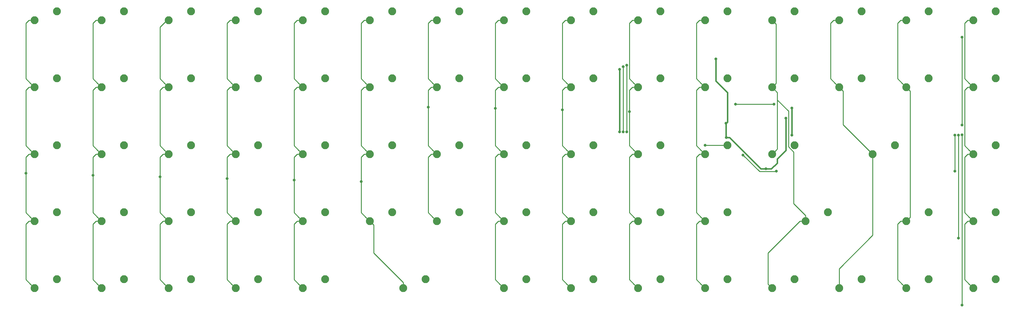
<source format=gbr>
G04 #@! TF.GenerationSoftware,KiCad,Pcbnew,(5.1.4)-1*
G04 #@! TF.CreationDate,2022-05-13T16:31:46-07:00*
G04 #@! TF.ProjectId,bakeneko60tho,62616b65-6e65-46b6-9f36-3074686f2e6b,rev?*
G04 #@! TF.SameCoordinates,Original*
G04 #@! TF.FileFunction,Copper,L1,Top*
G04 #@! TF.FilePolarity,Positive*
%FSLAX46Y46*%
G04 Gerber Fmt 4.6, Leading zero omitted, Abs format (unit mm)*
G04 Created by KiCad (PCBNEW (5.1.4)-1) date 2022-05-13 16:31:46*
%MOMM*%
%LPD*%
G04 APERTURE LIST*
%ADD10C,2.250000*%
%ADD11C,0.800000*%
%ADD12C,0.381000*%
%ADD13C,0.250000*%
G04 APERTURE END LIST*
D10*
X43815000Y-74295000D03*
X37465000Y-76835000D03*
X62865000Y-36195000D03*
X56515000Y-38735000D03*
X215265000Y-55245000D03*
X208915000Y-57785000D03*
X24765000Y-17145000D03*
X18415000Y-19685000D03*
X215265000Y-36195000D03*
X208915000Y-38735000D03*
X234315000Y-36195000D03*
X227965000Y-38735000D03*
X81915000Y-36195000D03*
X75565000Y-38735000D03*
X81915000Y-17145000D03*
X75565000Y-19685000D03*
X81915000Y-74295000D03*
X75565000Y-76835000D03*
X129540000Y-93345000D03*
X123190000Y-95885000D03*
X291465000Y-93345000D03*
X285115000Y-95885000D03*
X272415000Y-93345000D03*
X266065000Y-95885000D03*
X253365000Y-93345000D03*
X247015000Y-95885000D03*
X234315000Y-93345000D03*
X227965000Y-95885000D03*
X215265000Y-93345000D03*
X208915000Y-95885000D03*
X196215000Y-93345000D03*
X189865000Y-95885000D03*
X177165000Y-93345000D03*
X170815000Y-95885000D03*
X158115000Y-93345000D03*
X151765000Y-95885000D03*
X100965000Y-93345000D03*
X94615000Y-95885000D03*
X81915000Y-93345000D03*
X75565000Y-95885000D03*
X62865000Y-93345000D03*
X56515000Y-95885000D03*
X43815000Y-93345000D03*
X37465000Y-95885000D03*
X24765000Y-93345000D03*
X18415000Y-95885000D03*
X291465000Y-74295000D03*
X285115000Y-76835000D03*
X272415000Y-74295000D03*
X266065000Y-76835000D03*
X243840000Y-74295000D03*
X237490000Y-76835000D03*
X215265000Y-74295000D03*
X208915000Y-76835000D03*
X196215000Y-74295000D03*
X189865000Y-76835000D03*
X177165000Y-74295000D03*
X170815000Y-76835000D03*
X158115000Y-74295000D03*
X151765000Y-76835000D03*
X139065000Y-74295000D03*
X132715000Y-76835000D03*
X120015000Y-74295000D03*
X113665000Y-76835000D03*
X100965000Y-74295000D03*
X94615000Y-76835000D03*
X62865000Y-74295000D03*
X56515000Y-76835000D03*
X24765000Y-74295000D03*
X18415000Y-76835000D03*
X291465000Y-55245000D03*
X285115000Y-57785000D03*
X262890000Y-55245000D03*
X256540000Y-57785000D03*
X234315000Y-55245000D03*
X227965000Y-57785000D03*
X196215000Y-55245000D03*
X189865000Y-57785000D03*
X177165000Y-55245000D03*
X170815000Y-57785000D03*
X158115000Y-55245000D03*
X151765000Y-57785000D03*
X139065000Y-55245000D03*
X132715000Y-57785000D03*
X120015000Y-55245000D03*
X113665000Y-57785000D03*
X100965000Y-55245000D03*
X94615000Y-57785000D03*
X81915000Y-55245000D03*
X75565000Y-57785000D03*
X62865000Y-55245000D03*
X56515000Y-57785000D03*
X43815000Y-55245000D03*
X37465000Y-57785000D03*
X24765000Y-55245000D03*
X18415000Y-57785000D03*
X291465000Y-36195000D03*
X285115000Y-38735000D03*
X272415000Y-36195000D03*
X266065000Y-38735000D03*
X253365000Y-36195000D03*
X247015000Y-38735000D03*
X196215000Y-36195000D03*
X189865000Y-38735000D03*
X177165000Y-36195000D03*
X170815000Y-38735000D03*
X158115000Y-36195000D03*
X151765000Y-38735000D03*
X139065000Y-36195000D03*
X132715000Y-38735000D03*
X120015000Y-36195000D03*
X113665000Y-38735000D03*
X100965000Y-36195000D03*
X94615000Y-38735000D03*
X43815000Y-36195000D03*
X37465000Y-38735000D03*
X24765000Y-36195000D03*
X18415000Y-38735000D03*
X291465000Y-17145000D03*
X285115000Y-19685000D03*
X272415000Y-17145000D03*
X266065000Y-19685000D03*
X253365000Y-17145000D03*
X247015000Y-19685000D03*
X234315000Y-17145000D03*
X227965000Y-19685000D03*
X215265000Y-17145000D03*
X208915000Y-19685000D03*
X196215000Y-17145000D03*
X189865000Y-19685000D03*
X177165000Y-17145000D03*
X170815000Y-19685000D03*
X158115000Y-17145000D03*
X151765000Y-19685000D03*
X139065000Y-17145000D03*
X132715000Y-19685000D03*
X120015000Y-17145000D03*
X113665000Y-19685000D03*
X100965000Y-17145000D03*
X94615000Y-19685000D03*
X62865000Y-17145000D03*
X56515000Y-19685000D03*
X43815000Y-17145000D03*
X37465000Y-19685000D03*
D11*
X233541499Y-52402500D03*
X233553000Y-44704000D03*
X211963000Y-30734000D03*
X231902000Y-47522500D03*
X226187000Y-61976000D03*
X214922500Y-53047500D03*
X214884000Y-49022000D03*
X184658000Y-51435000D03*
X184658000Y-33655000D03*
X281919999Y-49530000D03*
X281907099Y-24543901D03*
X217551000Y-43561000D03*
X228473000Y-43561000D03*
X279887494Y-52342105D03*
X279875099Y-62643901D03*
X219722532Y-58026468D03*
X229202099Y-62643901D03*
X208915000Y-55245000D03*
X280907345Y-52336651D03*
X280891099Y-81693901D03*
X281919999Y-52324000D03*
X281919999Y-100731001D03*
X15944999Y-63176001D03*
X34994999Y-63818911D03*
X54044999Y-64268921D03*
X73094999Y-64718931D03*
X92144999Y-65168941D03*
X111194999Y-65618951D03*
X130244999Y-44380001D03*
X149294999Y-44768911D03*
X168344999Y-45218921D03*
X187394999Y-45668931D03*
X185669996Y-51435000D03*
X185674000Y-32893000D03*
X186669999Y-51435000D03*
X186669999Y-32512000D03*
D12*
X233541499Y-52402500D02*
X233541499Y-44715501D01*
X233541499Y-44715501D02*
X233553000Y-44704000D01*
X229390599Y-60296401D02*
X229390599Y-59180487D01*
X227711000Y-61976000D02*
X229390599Y-60296401D01*
X226187000Y-61976000D02*
X227711000Y-61976000D01*
X214884000Y-53009000D02*
X214922500Y-53047500D01*
X214884000Y-49022000D02*
X214884000Y-53009000D01*
X211963000Y-31299685D02*
X211963000Y-30734000D01*
X211963000Y-36984086D02*
X211963000Y-31299685D01*
X215283999Y-40305085D02*
X211963000Y-36984086D01*
X215283999Y-48622001D02*
X215283999Y-40305085D01*
X214884000Y-49022000D02*
X215283999Y-48622001D01*
X231902000Y-56669086D02*
X229390599Y-59180487D01*
X231902000Y-47522500D02*
X231902000Y-56669086D01*
X184658000Y-34220685D02*
X184658000Y-51435000D01*
X184658000Y-33655000D02*
X184658000Y-34220685D01*
X226187000Y-61976000D02*
X224790000Y-61976000D01*
X215861500Y-53047500D02*
X214922500Y-53047500D01*
X224790000Y-61976000D02*
X215861500Y-53047500D01*
D13*
X281919999Y-24556801D02*
X281907099Y-24543901D01*
X281919999Y-49530000D02*
X281919999Y-24556801D01*
X218116685Y-43561000D02*
X228473000Y-43561000D01*
X217551000Y-43561000D02*
X218116685Y-43561000D01*
X279887494Y-62631506D02*
X279875099Y-62643901D01*
X279887494Y-52342105D02*
X279887494Y-62631506D01*
X229144999Y-62701001D02*
X229202099Y-62643901D01*
X224397065Y-62701001D02*
X229144999Y-62701001D01*
X219722532Y-58026468D02*
X224397065Y-62701001D01*
X215265000Y-55245000D02*
X208915000Y-55245000D01*
X280907345Y-81677655D02*
X280891099Y-81693901D01*
X280907345Y-52336651D02*
X280907345Y-81677655D01*
X281919999Y-100731001D02*
X281907099Y-100743901D01*
X281919999Y-52324000D02*
X281919999Y-100731001D01*
X17290001Y-37610001D02*
X18415000Y-38735000D01*
X15944999Y-36264999D02*
X17290001Y-37610001D01*
X15944999Y-20564011D02*
X15944999Y-36264999D01*
X16824010Y-19685000D02*
X15944999Y-20564011D01*
X18415000Y-19685000D02*
X16824010Y-19685000D01*
X17290001Y-56660001D02*
X18415000Y-57785000D01*
X15944999Y-55314999D02*
X17290001Y-56660001D01*
X15944999Y-39614011D02*
X15944999Y-55314999D01*
X16824010Y-38735000D02*
X15944999Y-39614011D01*
X18415000Y-38735000D02*
X16824010Y-38735000D01*
X17290001Y-75710001D02*
X18415000Y-76835000D01*
X15944999Y-74364999D02*
X17290001Y-75710001D01*
X16824010Y-57785000D02*
X15944999Y-58664011D01*
X18415000Y-57785000D02*
X16824010Y-57785000D01*
X17290001Y-94760001D02*
X18415000Y-95885000D01*
X15944999Y-93414999D02*
X17290001Y-94760001D01*
X15944999Y-77714011D02*
X15944999Y-93414999D01*
X16824010Y-76835000D02*
X15944999Y-77714011D01*
X18415000Y-76835000D02*
X16824010Y-76835000D01*
X15944999Y-67506999D02*
X15944999Y-67633999D01*
X15944999Y-67633999D02*
X15944999Y-74364999D01*
X36340001Y-37610001D02*
X37465000Y-38735000D01*
X34994999Y-36264999D02*
X36340001Y-37610001D01*
X34994999Y-20564011D02*
X34994999Y-36264999D01*
X35874010Y-19685000D02*
X34994999Y-20564011D01*
X37465000Y-19685000D02*
X35874010Y-19685000D01*
X36340001Y-56660001D02*
X37465000Y-57785000D01*
X34994999Y-55314999D02*
X36340001Y-56660001D01*
X34994999Y-39614011D02*
X34994999Y-55314999D01*
X35874010Y-38735000D02*
X34994999Y-39614011D01*
X37465000Y-38735000D02*
X35874010Y-38735000D01*
X36340001Y-75710001D02*
X37465000Y-76835000D01*
X34994999Y-74364999D02*
X36340001Y-75710001D01*
X35874010Y-57785000D02*
X34994999Y-58664011D01*
X37465000Y-57785000D02*
X35874010Y-57785000D01*
X36340001Y-94760001D02*
X37465000Y-95885000D01*
X34994999Y-93414999D02*
X36340001Y-94760001D01*
X34994999Y-77714011D02*
X34994999Y-93414999D01*
X35874010Y-76835000D02*
X34994999Y-77714011D01*
X37465000Y-76835000D02*
X35874010Y-76835000D01*
X34994999Y-58664011D02*
X34994999Y-66871999D01*
X34994999Y-66871999D02*
X34994999Y-66998999D01*
X34994999Y-66998999D02*
X34994999Y-74364999D01*
X55390001Y-37610001D02*
X56515000Y-38735000D01*
X54044999Y-36264999D02*
X55390001Y-37610001D01*
X54044999Y-21648999D02*
X54044999Y-36264999D01*
X56008998Y-19685000D02*
X54044999Y-21648999D01*
X56515000Y-19685000D02*
X56008998Y-19685000D01*
X55390001Y-56660001D02*
X56515000Y-57785000D01*
X54044999Y-55314999D02*
X55390001Y-56660001D01*
X54044999Y-39614011D02*
X54044999Y-55314999D01*
X54924010Y-38735000D02*
X54044999Y-39614011D01*
X56515000Y-38735000D02*
X54924010Y-38735000D01*
X55390001Y-75710001D02*
X56515000Y-76835000D01*
X54044999Y-74364999D02*
X55390001Y-75710001D01*
X54924010Y-57785000D02*
X54044999Y-58664011D01*
X56515000Y-57785000D02*
X54924010Y-57785000D01*
X55390001Y-94760001D02*
X56515000Y-95885000D01*
X54044999Y-93414999D02*
X55390001Y-94760001D01*
X54044999Y-77714011D02*
X54044999Y-93414999D01*
X54924010Y-76835000D02*
X54044999Y-77714011D01*
X56515000Y-76835000D02*
X54924010Y-76835000D01*
X54044999Y-58664011D02*
X54044999Y-66351001D01*
X54044999Y-66490999D02*
X54044999Y-74364999D01*
X54044999Y-66351001D02*
X54044999Y-66490999D01*
X54044999Y-66351001D02*
X54044999Y-66417001D01*
X74440001Y-37610001D02*
X75565000Y-38735000D01*
X73094999Y-36264999D02*
X74440001Y-37610001D01*
X73094999Y-20564011D02*
X73094999Y-36264999D01*
X73974010Y-19685000D02*
X73094999Y-20564011D01*
X75565000Y-19685000D02*
X73974010Y-19685000D01*
X74440001Y-56660001D02*
X75565000Y-57785000D01*
X73094999Y-55314999D02*
X74440001Y-56660001D01*
X73094999Y-39614011D02*
X73094999Y-55314999D01*
X73974010Y-38735000D02*
X73094999Y-39614011D01*
X75565000Y-38735000D02*
X73974010Y-38735000D01*
X74440001Y-75710001D02*
X75565000Y-76835000D01*
X73094999Y-74364999D02*
X74440001Y-75710001D01*
X73974010Y-57785000D02*
X73094999Y-58664011D01*
X75565000Y-57785000D02*
X73974010Y-57785000D01*
X74440001Y-94760001D02*
X75565000Y-95885000D01*
X73094999Y-93414999D02*
X74440001Y-94760001D01*
X73094999Y-77714011D02*
X73094999Y-93414999D01*
X73974010Y-76835000D02*
X73094999Y-77714011D01*
X75565000Y-76835000D02*
X73974010Y-76835000D01*
X73094999Y-65728999D02*
X73094999Y-74364999D01*
X73094999Y-58664011D02*
X73094999Y-65728999D01*
X93490001Y-37610001D02*
X94615000Y-38735000D01*
X92144999Y-36264999D02*
X93490001Y-37610001D01*
X92144999Y-20564011D02*
X92144999Y-36264999D01*
X93024010Y-19685000D02*
X92144999Y-20564011D01*
X94615000Y-19685000D02*
X93024010Y-19685000D01*
X93490001Y-56660001D02*
X94615000Y-57785000D01*
X92144999Y-55314999D02*
X93490001Y-56660001D01*
X92144999Y-39614011D02*
X92144999Y-55314999D01*
X93024010Y-38735000D02*
X92144999Y-39614011D01*
X94615000Y-38735000D02*
X93024010Y-38735000D01*
X93490001Y-75710001D02*
X94615000Y-76835000D01*
X92144999Y-74364999D02*
X93490001Y-75710001D01*
X93024010Y-57785000D02*
X92144999Y-58664011D01*
X94615000Y-57785000D02*
X93024010Y-57785000D01*
X93490001Y-94760001D02*
X94615000Y-95885000D01*
X92144999Y-93414999D02*
X93490001Y-94760001D01*
X92144999Y-77714011D02*
X92144999Y-93414999D01*
X93024010Y-76835000D02*
X92144999Y-77714011D01*
X94615000Y-76835000D02*
X93024010Y-76835000D01*
X92144999Y-65093999D02*
X92144999Y-74364999D01*
X92144999Y-64966999D02*
X92144999Y-65093999D01*
X92144999Y-58664011D02*
X92144999Y-64966999D01*
X112540001Y-37610001D02*
X113665000Y-38735000D01*
X111194999Y-36264999D02*
X112540001Y-37610001D01*
X111194999Y-20564011D02*
X111194999Y-36264999D01*
X112074010Y-19685000D02*
X111194999Y-20564011D01*
X113665000Y-19685000D02*
X112074010Y-19685000D01*
X112540001Y-56660001D02*
X113665000Y-57785000D01*
X111194999Y-55314999D02*
X112540001Y-56660001D01*
X111194999Y-39614011D02*
X111194999Y-55314999D01*
X112074010Y-38735000D02*
X111194999Y-39614011D01*
X113665000Y-38735000D02*
X112074010Y-38735000D01*
X112540001Y-75710001D02*
X113665000Y-76835000D01*
X111194999Y-74364999D02*
X112540001Y-75710001D01*
X112074010Y-57785000D02*
X111194999Y-58664011D01*
X113665000Y-57785000D02*
X112074010Y-57785000D01*
X123190000Y-94294010D02*
X123190000Y-95885000D01*
X114789999Y-85894009D02*
X123190000Y-94294010D01*
X114789999Y-77959999D02*
X114789999Y-85894009D01*
X113665000Y-76835000D02*
X114789999Y-77959999D01*
X111194999Y-58664011D02*
X111194999Y-64192001D01*
X111194999Y-64446001D02*
X111194999Y-74364999D01*
X111194999Y-64192001D02*
X111194999Y-64446001D01*
X15944999Y-63176001D02*
X15944999Y-67506999D01*
X15944999Y-58664011D02*
X15944999Y-63176001D01*
X131590001Y-37610001D02*
X132715000Y-38735000D01*
X130244999Y-36264999D02*
X131590001Y-37610001D01*
X130244999Y-20564011D02*
X130244999Y-36264999D01*
X131124010Y-19685000D02*
X130244999Y-20564011D01*
X132715000Y-19685000D02*
X131124010Y-19685000D01*
X131590001Y-56660001D02*
X132715000Y-57785000D01*
X130244999Y-55314999D02*
X131590001Y-56660001D01*
X131124010Y-38735000D02*
X130244999Y-39614011D01*
X132715000Y-38735000D02*
X131124010Y-38735000D01*
X131590001Y-75710001D02*
X132715000Y-76835000D01*
X130244999Y-74364999D02*
X131590001Y-75710001D01*
X130244999Y-58664011D02*
X130244999Y-74364999D01*
X131124010Y-57785000D02*
X130244999Y-58664011D01*
X132715000Y-57785000D02*
X131124010Y-57785000D01*
X130244999Y-47313999D02*
X130244999Y-55314999D01*
X130244999Y-39614011D02*
X130244999Y-44380001D01*
X130244999Y-44380001D02*
X130244999Y-47313999D01*
X150640001Y-37610001D02*
X151765000Y-38735000D01*
X149294999Y-36264999D02*
X150640001Y-37610001D01*
X149294999Y-20564011D02*
X149294999Y-36264999D01*
X150174010Y-19685000D02*
X149294999Y-20564011D01*
X151765000Y-19685000D02*
X150174010Y-19685000D01*
X150640001Y-56660001D02*
X151765000Y-57785000D01*
X149294999Y-55314999D02*
X150640001Y-56660001D01*
X150174010Y-38735000D02*
X149294999Y-39614011D01*
X151765000Y-38735000D02*
X150174010Y-38735000D01*
X150640001Y-75710001D02*
X151765000Y-76835000D01*
X149294999Y-74364999D02*
X150640001Y-75710001D01*
X149294999Y-58664011D02*
X149294999Y-74364999D01*
X150174010Y-57785000D02*
X149294999Y-58664011D01*
X151765000Y-57785000D02*
X150174010Y-57785000D01*
X150640001Y-94760001D02*
X151765000Y-95885000D01*
X149294999Y-93414999D02*
X150640001Y-94760001D01*
X149294999Y-77714011D02*
X149294999Y-93414999D01*
X150174010Y-76835000D02*
X149294999Y-77714011D01*
X151765000Y-76835000D02*
X150174010Y-76835000D01*
X149294999Y-39614011D02*
X149294999Y-55314999D01*
X169690001Y-37610001D02*
X170815000Y-38735000D01*
X168344999Y-36264999D02*
X169690001Y-37610001D01*
X168344999Y-20564011D02*
X168344999Y-36264999D01*
X169224010Y-19685000D02*
X168344999Y-20564011D01*
X170815000Y-19685000D02*
X169224010Y-19685000D01*
X169690001Y-56660001D02*
X170815000Y-57785000D01*
X168344999Y-55314999D02*
X169690001Y-56660001D01*
X169224010Y-38735000D02*
X168344999Y-39614011D01*
X170815000Y-38735000D02*
X169224010Y-38735000D01*
X169690001Y-75710001D02*
X170815000Y-76835000D01*
X168344999Y-74364999D02*
X169690001Y-75710001D01*
X168344999Y-58664011D02*
X168344999Y-74364999D01*
X169224010Y-57785000D02*
X168344999Y-58664011D01*
X170815000Y-57785000D02*
X169224010Y-57785000D01*
X169690001Y-94760001D02*
X170815000Y-95885000D01*
X168344999Y-93414999D02*
X169690001Y-94760001D01*
X168344999Y-77714011D02*
X168344999Y-93414999D01*
X169224010Y-76835000D02*
X168344999Y-77714011D01*
X170815000Y-76835000D02*
X169224010Y-76835000D01*
X168344999Y-39614011D02*
X168344999Y-55314999D01*
X188740001Y-37610001D02*
X189865000Y-38735000D01*
X187394999Y-36264999D02*
X188740001Y-37610001D01*
X187394999Y-20564011D02*
X187394999Y-36264999D01*
X188274010Y-19685000D02*
X187394999Y-20564011D01*
X189865000Y-19685000D02*
X188274010Y-19685000D01*
X188740001Y-56660001D02*
X189865000Y-57785000D01*
X187394999Y-55314999D02*
X188740001Y-56660001D01*
X188274010Y-38735000D02*
X187394999Y-39614011D01*
X189865000Y-38735000D02*
X188274010Y-38735000D01*
X188740001Y-75710001D02*
X189865000Y-76835000D01*
X187394999Y-74364999D02*
X188740001Y-75710001D01*
X187394999Y-58664011D02*
X187394999Y-74364999D01*
X188274010Y-57785000D02*
X187394999Y-58664011D01*
X189865000Y-57785000D02*
X188274010Y-57785000D01*
X188740001Y-94760001D02*
X189865000Y-95885000D01*
X187394999Y-93414999D02*
X188740001Y-94760001D01*
X187394999Y-77714011D02*
X187394999Y-93414999D01*
X188274010Y-76835000D02*
X187394999Y-77714011D01*
X189865000Y-76835000D02*
X188274010Y-76835000D01*
X187394999Y-39614011D02*
X187394999Y-55314999D01*
X207790001Y-37610001D02*
X208915000Y-38735000D01*
X206444999Y-36264999D02*
X207790001Y-37610001D01*
X206444999Y-20564011D02*
X206444999Y-36264999D01*
X207324010Y-19685000D02*
X206444999Y-20564011D01*
X208915000Y-19685000D02*
X207324010Y-19685000D01*
X207790001Y-56660001D02*
X208915000Y-57785000D01*
X206444999Y-55314999D02*
X207790001Y-56660001D01*
X206444999Y-39614011D02*
X206444999Y-55314999D01*
X207324010Y-38735000D02*
X206444999Y-39614011D01*
X208915000Y-38735000D02*
X207324010Y-38735000D01*
X207790001Y-75710001D02*
X208915000Y-76835000D01*
X206444999Y-74364999D02*
X207790001Y-75710001D01*
X206444999Y-58664011D02*
X206444999Y-74364999D01*
X207324010Y-57785000D02*
X206444999Y-58664011D01*
X208915000Y-57785000D02*
X207324010Y-57785000D01*
X207790001Y-94760001D02*
X208915000Y-95885000D01*
X206444999Y-93414999D02*
X207790001Y-94760001D01*
X206444999Y-77714011D02*
X206444999Y-93414999D01*
X207324010Y-76835000D02*
X206444999Y-77714011D01*
X208915000Y-76835000D02*
X207324010Y-76835000D01*
X226840001Y-94760001D02*
X227965000Y-95885000D01*
X226840001Y-85894009D02*
X226840001Y-94760001D01*
X235899010Y-76835000D02*
X226840001Y-85894009D01*
X237490000Y-76835000D02*
X235899010Y-76835000D01*
X229089999Y-20809999D02*
X227965000Y-19685000D01*
X229089999Y-37610001D02*
X229089999Y-20809999D01*
X227965000Y-38735000D02*
X229089999Y-37610001D01*
X229089999Y-56660001D02*
X227965000Y-57785000D01*
X229456099Y-56293901D02*
X229089999Y-56660001D01*
X227965000Y-38735000D02*
X229456099Y-40226099D01*
X229456099Y-42388073D02*
X229456099Y-40291901D01*
X232627001Y-45558975D02*
X229456099Y-42388073D01*
X234093901Y-57169903D02*
X232627001Y-55703003D01*
X234093901Y-71847911D02*
X234093901Y-57169903D01*
X237490000Y-75244010D02*
X234093901Y-71847911D01*
X237490000Y-76835000D02*
X237490000Y-75244010D01*
X229456099Y-40291901D02*
X229456099Y-56293901D01*
X232627001Y-55703003D02*
X232627001Y-45558975D01*
X229456099Y-40226099D02*
X229456099Y-40291901D01*
X245890001Y-37610001D02*
X247015000Y-38735000D01*
X244544999Y-36264999D02*
X245890001Y-37610001D01*
X244544999Y-20564011D02*
X244544999Y-36264999D01*
X245424010Y-19685000D02*
X244544999Y-20564011D01*
X247015000Y-19685000D02*
X245424010Y-19685000D01*
X255415001Y-56660001D02*
X256540000Y-57785000D01*
X248139999Y-49384999D02*
X255415001Y-56660001D01*
X248139999Y-39859999D02*
X248139999Y-49384999D01*
X247015000Y-38735000D02*
X248139999Y-39859999D01*
X256540000Y-59375990D02*
X256540000Y-57785000D01*
X256540000Y-80864276D02*
X256540000Y-59375990D01*
X247015000Y-90389276D02*
X256540000Y-80864276D01*
X247015000Y-95885000D02*
X247015000Y-90389276D01*
X264940001Y-37610001D02*
X266065000Y-38735000D01*
X263594999Y-36264999D02*
X264940001Y-37610001D01*
X263594999Y-20564011D02*
X263594999Y-36264999D01*
X264474010Y-19685000D02*
X263594999Y-20564011D01*
X266065000Y-19685000D02*
X264474010Y-19685000D01*
X267189999Y-39859999D02*
X266065000Y-38735000D01*
X267189999Y-75710001D02*
X267189999Y-39859999D01*
X266065000Y-76835000D02*
X267189999Y-75710001D01*
X264940001Y-94760001D02*
X266065000Y-95885000D01*
X263594999Y-93414999D02*
X264940001Y-94760001D01*
X263594999Y-77714011D02*
X263594999Y-93414999D01*
X264474010Y-76835000D02*
X263594999Y-77714011D01*
X266065000Y-76835000D02*
X264474010Y-76835000D01*
X283990001Y-37610001D02*
X285115000Y-38735000D01*
X282644999Y-36264999D02*
X283990001Y-37610001D01*
X282644999Y-20564011D02*
X282644999Y-36264999D01*
X283524010Y-19685000D02*
X282644999Y-20564011D01*
X285115000Y-19685000D02*
X283524010Y-19685000D01*
X283990001Y-56660001D02*
X285115000Y-57785000D01*
X282644999Y-55314999D02*
X283990001Y-56660001D01*
X282644999Y-39614011D02*
X282644999Y-55314999D01*
X283524010Y-38735000D02*
X282644999Y-39614011D01*
X285115000Y-38735000D02*
X283524010Y-38735000D01*
X283990001Y-75710001D02*
X285115000Y-76835000D01*
X282644999Y-74364999D02*
X283990001Y-75710001D01*
X282644999Y-58664011D02*
X282644999Y-74364999D01*
X283524010Y-57785000D02*
X282644999Y-58664011D01*
X285115000Y-57785000D02*
X283524010Y-57785000D01*
X283990001Y-94760001D02*
X285115000Y-95885000D01*
X282644999Y-93414999D02*
X283990001Y-94760001D01*
X282644999Y-77714011D02*
X282644999Y-93414999D01*
X283524010Y-76835000D02*
X282644999Y-77714011D01*
X285115000Y-76835000D02*
X283524010Y-76835000D01*
X185669996Y-32897004D02*
X185674000Y-32893000D01*
X185669996Y-51435000D02*
X185669996Y-32897004D01*
X186669999Y-32512000D02*
X186669999Y-51435000D01*
M02*

</source>
